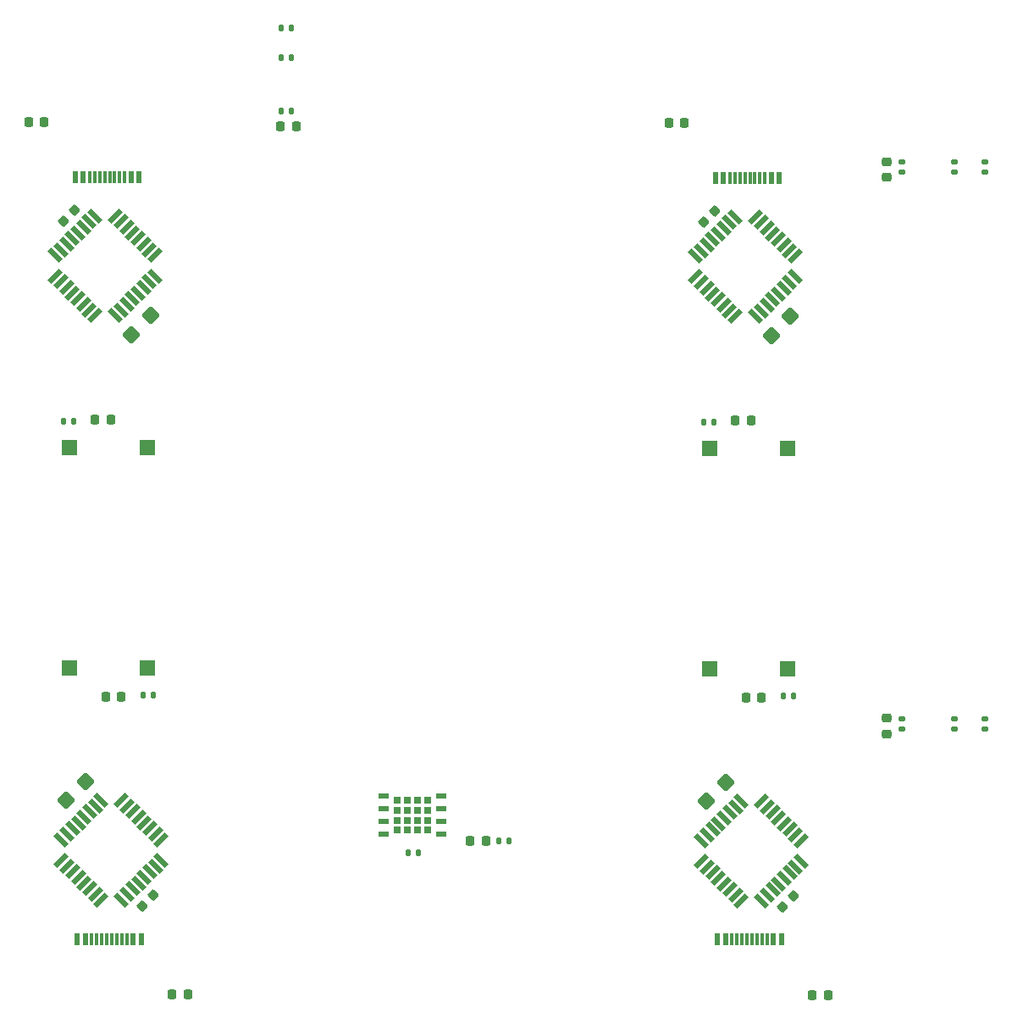
<source format=gbr>
%TF.GenerationSoftware,KiCad,Pcbnew,(6.0.1)*%
%TF.CreationDate,2022-04-04T10:53:51-04:00*%
%TF.ProjectId,arduino_usb_c,61726475-696e-46f5-9f75-73625f632e6b,rev?*%
%TF.SameCoordinates,Original*%
%TF.FileFunction,Paste,Top*%
%TF.FilePolarity,Positive*%
%FSLAX46Y46*%
G04 Gerber Fmt 4.6, Leading zero omitted, Abs format (unit mm)*
G04 Created by KiCad (PCBNEW (6.0.1)) date 2022-04-04 10:53:51*
%MOMM*%
%LPD*%
G01*
G04 APERTURE LIST*
G04 Aperture macros list*
%AMRoundRect*
0 Rectangle with rounded corners*
0 $1 Rounding radius*
0 $2 $3 $4 $5 $6 $7 $8 $9 X,Y pos of 4 corners*
0 Add a 4 corners polygon primitive as box body*
4,1,4,$2,$3,$4,$5,$6,$7,$8,$9,$2,$3,0*
0 Add four circle primitives for the rounded corners*
1,1,$1+$1,$2,$3*
1,1,$1+$1,$4,$5*
1,1,$1+$1,$6,$7*
1,1,$1+$1,$8,$9*
0 Add four rect primitives between the rounded corners*
20,1,$1+$1,$2,$3,$4,$5,0*
20,1,$1+$1,$4,$5,$6,$7,0*
20,1,$1+$1,$6,$7,$8,$9,0*
20,1,$1+$1,$8,$9,$2,$3,0*%
%AMRotRect*
0 Rectangle, with rotation*
0 The origin of the aperture is its center*
0 $1 length*
0 $2 width*
0 $3 Rotation angle, in degrees counterclockwise*
0 Add horizontal line*
21,1,$1,$2,0,0,$3*%
G04 Aperture macros list end*
%ADD10RoundRect,0.218750X0.218750X0.256250X-0.218750X0.256250X-0.218750X-0.256250X0.218750X-0.256250X0*%
%ADD11R,0.600000X1.160000*%
%ADD12R,0.300000X1.160000*%
%ADD13R,1.500000X1.500000*%
%ADD14RoundRect,0.135000X-0.135000X-0.185000X0.135000X-0.185000X0.135000X0.185000X-0.135000X0.185000X0*%
%ADD15RoundRect,0.218750X-0.218750X-0.256250X0.218750X-0.256250X0.218750X0.256250X-0.218750X0.256250X0*%
%ADD16RoundRect,0.135000X-0.185000X0.135000X-0.185000X-0.135000X0.185000X-0.135000X0.185000X0.135000X0*%
%ADD17RotRect,1.600000X0.550000X135.000000*%
%ADD18RotRect,1.600000X0.550000X225.000000*%
%ADD19RoundRect,0.250000X0.017678X0.618718X-0.618718X-0.017678X-0.017678X-0.618718X0.618718X0.017678X0*%
%ADD20RoundRect,0.225000X-0.225000X-0.250000X0.225000X-0.250000X0.225000X0.250000X-0.225000X0.250000X0*%
%ADD21R,0.800000X0.800000*%
%ADD22R,1.100000X0.500000*%
%ADD23RoundRect,0.225000X-0.250000X0.225000X-0.250000X-0.225000X0.250000X-0.225000X0.250000X0.225000X0*%
%ADD24RoundRect,0.225000X0.017678X-0.335876X0.335876X-0.017678X-0.017678X0.335876X-0.335876X0.017678X0*%
%ADD25RoundRect,0.225000X-0.017678X0.335876X-0.335876X0.017678X0.017678X-0.335876X0.335876X-0.017678X0*%
%ADD26RoundRect,0.135000X0.135000X0.185000X-0.135000X0.185000X-0.135000X-0.185000X0.135000X-0.185000X0*%
%ADD27RoundRect,0.250000X-0.017678X-0.618718X0.618718X0.017678X0.017678X0.618718X-0.618718X-0.017678X0*%
%ADD28RoundRect,0.135000X0.185000X-0.135000X0.185000X0.135000X-0.185000X0.135000X-0.185000X-0.135000X0*%
%ADD29RotRect,1.600000X0.550000X315.000000*%
%ADD30RotRect,1.600000X0.550000X45.000000*%
G04 APERTURE END LIST*
D10*
%TO.C,D3*%
X111056050Y-93570000D03*
X109481050Y-93570000D03*
%TD*%
D11*
%TO.C,J1*%
X177903600Y-69444327D03*
X177103600Y-69444327D03*
D12*
X175953600Y-69444327D03*
X174953600Y-69444327D03*
X174453600Y-69444327D03*
X173453600Y-69444327D03*
D11*
X172303600Y-69444327D03*
X171503600Y-69444327D03*
X171503600Y-69444327D03*
X172303600Y-69444327D03*
D12*
X172953600Y-69444327D03*
X173953600Y-69444327D03*
X175453600Y-69444327D03*
X176453600Y-69444327D03*
D11*
X177103600Y-69444327D03*
X177903600Y-69444327D03*
%TD*%
D13*
%TO.C,SW1*%
X114694800Y-118414800D03*
X106894800Y-118414800D03*
%TD*%
%TO.C,SW1*%
X170905200Y-96488527D03*
X178705200Y-96488527D03*
%TD*%
D14*
%TO.C,R7*%
X170307400Y-93821527D03*
X171327400Y-93821527D03*
%TD*%
D15*
%TO.C,D3*%
X174543950Y-121333327D03*
X176118950Y-121333327D03*
%TD*%
D16*
%TO.C,R12*%
X195440000Y-67890000D03*
X195440000Y-68910000D03*
%TD*%
D17*
%TO.C,U1*%
X175525705Y-83287230D03*
X176091390Y-82721544D03*
X176657076Y-82155859D03*
X177222761Y-81590174D03*
X177788447Y-81024488D03*
X178354132Y-80458803D03*
X178919817Y-79893117D03*
X179485503Y-79327432D03*
D18*
X179485503Y-77276822D03*
X178919817Y-76711137D03*
X178354132Y-76145451D03*
X177788447Y-75579766D03*
X177222761Y-75014080D03*
X176657076Y-74448395D03*
X176091390Y-73882710D03*
X175525705Y-73317024D03*
D17*
X173475095Y-73317024D03*
X172909410Y-73882710D03*
X172343724Y-74448395D03*
X171778039Y-75014080D03*
X171212353Y-75579766D03*
X170646668Y-76145451D03*
X170080983Y-76711137D03*
X169515297Y-77276822D03*
D18*
X169515297Y-79327432D03*
X170080983Y-79893117D03*
X170646668Y-80458803D03*
X171212353Y-81024488D03*
X171778039Y-81590174D03*
X172343724Y-82155859D03*
X172909410Y-82721544D03*
X173475095Y-83287230D03*
%TD*%
D16*
%TO.C,R10*%
X190140000Y-67890000D03*
X190140000Y-68910000D03*
%TD*%
D19*
%TO.C,C3*%
X108498194Y-129728406D03*
X106589006Y-131637594D03*
%TD*%
D16*
%TO.C,R10*%
X190140000Y-123490000D03*
X190140000Y-124510000D03*
%TD*%
D20*
%TO.C,C6*%
X128025000Y-64260000D03*
X129575000Y-64260000D03*
%TD*%
D21*
%TO.C,U4*%
X139706600Y-131612400D03*
X140706600Y-133612400D03*
X142706600Y-131612400D03*
X142706600Y-133612400D03*
X142706600Y-132612400D03*
X141706600Y-133612400D03*
X139706600Y-133612400D03*
X140706600Y-134612400D03*
X141706600Y-131612400D03*
X142706600Y-134612400D03*
X140706600Y-131612400D03*
X139706600Y-132612400D03*
X139706600Y-134612400D03*
X141706600Y-134612400D03*
X140706600Y-132612400D03*
X141706600Y-132612400D03*
D22*
X138306600Y-131207400D03*
X138306600Y-132477400D03*
X138306600Y-133747400D03*
X138306600Y-135017400D03*
X144106600Y-135017400D03*
X144106600Y-133747400D03*
X144106600Y-132477400D03*
X144106600Y-131207400D03*
%TD*%
D23*
%TO.C,C6*%
X188640000Y-67825000D03*
X188640000Y-69375000D03*
%TD*%
D14*
%TO.C,R12*%
X128090000Y-57460000D03*
X129110000Y-57460000D03*
%TD*%
%TO.C,R7*%
X106304150Y-93747800D03*
X107324150Y-93747800D03*
%TD*%
D19*
%TO.C,C3*%
X172501444Y-129802133D03*
X170592256Y-131711321D03*
%TD*%
D24*
%TO.C,C2*%
X106327734Y-73761816D03*
X107423750Y-72665800D03*
%TD*%
D25*
%TO.C,C2*%
X179272266Y-141141511D03*
X178176250Y-142237527D03*
%TD*%
D24*
%TO.C,C2*%
X170330984Y-73835543D03*
X171427000Y-72739527D03*
%TD*%
D26*
%TO.C,R8*%
X141835600Y-136872400D03*
X140815600Y-136872400D03*
%TD*%
D11*
%TO.C,J1*%
X171699650Y-145532727D03*
X172499650Y-145532727D03*
D12*
X173649650Y-145532727D03*
X174649650Y-145532727D03*
X175149650Y-145532727D03*
X176149650Y-145532727D03*
D11*
X177299650Y-145532727D03*
X178099650Y-145532727D03*
X178099650Y-145532727D03*
X177299650Y-145532727D03*
D12*
X176649650Y-145532727D03*
X175649650Y-145532727D03*
X174149650Y-145532727D03*
X173149650Y-145532727D03*
D11*
X172499650Y-145532727D03*
X171699650Y-145532727D03*
%TD*%
%TO.C,J1*%
X113900350Y-69370600D03*
X113100350Y-69370600D03*
D12*
X111950350Y-69370600D03*
X110950350Y-69370600D03*
X110450350Y-69370600D03*
X109450350Y-69370600D03*
D11*
X108300350Y-69370600D03*
X107500350Y-69370600D03*
X107500350Y-69370600D03*
X108300350Y-69370600D03*
D12*
X108950350Y-69370600D03*
X109950350Y-69370600D03*
X111450350Y-69370600D03*
X112450350Y-69370600D03*
D11*
X113100350Y-69370600D03*
X113900350Y-69370600D03*
%TD*%
D15*
%TO.C,D1*%
X102826150Y-63852000D03*
X104401150Y-63852000D03*
%TD*%
D17*
%TO.C,U1*%
X111522455Y-83213503D03*
X112088140Y-82647817D03*
X112653826Y-82082132D03*
X113219511Y-81516447D03*
X113785197Y-80950761D03*
X114350882Y-80385076D03*
X114916567Y-79819390D03*
X115482253Y-79253705D03*
D18*
X115482253Y-77203095D03*
X114916567Y-76637410D03*
X114350882Y-76071724D03*
X113785197Y-75506039D03*
X113219511Y-74940353D03*
X112653826Y-74374668D03*
X112088140Y-73808983D03*
X111522455Y-73243297D03*
D17*
X109471845Y-73243297D03*
X108906160Y-73808983D03*
X108340474Y-74374668D03*
X107774789Y-74940353D03*
X107209103Y-75506039D03*
X106643418Y-76071724D03*
X106077733Y-76637410D03*
X105512047Y-77203095D03*
D18*
X105512047Y-79253705D03*
X106077733Y-79819390D03*
X106643418Y-80385076D03*
X107209103Y-80950761D03*
X107774789Y-81516447D03*
X108340474Y-82082132D03*
X108906160Y-82647817D03*
X109471845Y-83213503D03*
%TD*%
D15*
%TO.C,D3*%
X110540700Y-121259600D03*
X112115700Y-121259600D03*
%TD*%
D27*
%TO.C,C3*%
X113098556Y-85101194D03*
X115007744Y-83192006D03*
%TD*%
D28*
%TO.C,R11*%
X198440000Y-124510000D03*
X198440000Y-123490000D03*
%TD*%
D23*
%TO.C,C6*%
X188640000Y-123425000D03*
X188640000Y-124975000D03*
%TD*%
D10*
%TO.C,D1*%
X182773850Y-151051327D03*
X181198850Y-151051327D03*
%TD*%
D15*
%TO.C,D1*%
X166829400Y-63925727D03*
X168404400Y-63925727D03*
%TD*%
D10*
%TO.C,D1*%
X118770600Y-150977600D03*
X117195600Y-150977600D03*
%TD*%
D11*
%TO.C,J1*%
X107696400Y-145459000D03*
X108496400Y-145459000D03*
D12*
X109646400Y-145459000D03*
X110646400Y-145459000D03*
X111146400Y-145459000D03*
X112146400Y-145459000D03*
D11*
X113296400Y-145459000D03*
X114096400Y-145459000D03*
X114096400Y-145459000D03*
X113296400Y-145459000D03*
D12*
X112646400Y-145459000D03*
X111646400Y-145459000D03*
X110146400Y-145459000D03*
X109146400Y-145459000D03*
D11*
X108496400Y-145459000D03*
X107696400Y-145459000D03*
%TD*%
D14*
%TO.C,R10*%
X128090000Y-62760000D03*
X129110000Y-62760000D03*
%TD*%
D25*
%TO.C,C2*%
X115269016Y-141067784D03*
X114173000Y-142163800D03*
%TD*%
D13*
%TO.C,SW1*%
X178698050Y-118488527D03*
X170898050Y-118488527D03*
%TD*%
D27*
%TO.C,C3*%
X177101806Y-85174921D03*
X179010994Y-83265733D03*
%TD*%
D26*
%TO.C,R11*%
X129110000Y-54460000D03*
X128090000Y-54460000D03*
%TD*%
D16*
%TO.C,R12*%
X195440000Y-123490000D03*
X195440000Y-124510000D03*
%TD*%
D13*
%TO.C,SW1*%
X106901950Y-96414800D03*
X114701950Y-96414800D03*
%TD*%
D28*
%TO.C,R11*%
X198440000Y-68910000D03*
X198440000Y-67890000D03*
%TD*%
D29*
%TO.C,U1*%
X110074295Y-131616097D03*
X109508610Y-132181783D03*
X108942924Y-132747468D03*
X108377239Y-133313153D03*
X107811553Y-133878839D03*
X107245868Y-134444524D03*
X106680183Y-135010210D03*
X106114497Y-135575895D03*
D30*
X106114497Y-137626505D03*
X106680183Y-138192190D03*
X107245868Y-138757876D03*
X107811553Y-139323561D03*
X108377239Y-139889247D03*
X108942924Y-140454932D03*
X109508610Y-141020617D03*
X110074295Y-141586303D03*
D29*
X112124905Y-141586303D03*
X112690590Y-141020617D03*
X113256276Y-140454932D03*
X113821961Y-139889247D03*
X114387647Y-139323561D03*
X114953332Y-138757876D03*
X115519017Y-138192190D03*
X116084703Y-137626505D03*
D30*
X116084703Y-135575895D03*
X115519017Y-135010210D03*
X114953332Y-134444524D03*
X114387647Y-133878839D03*
X113821961Y-133313153D03*
X113256276Y-132747468D03*
X112690590Y-132181783D03*
X112124905Y-131616097D03*
%TD*%
D10*
%TO.C,D3*%
X175059300Y-93643727D03*
X173484300Y-93643727D03*
%TD*%
D26*
%TO.C,R7*%
X115292600Y-121081800D03*
X114272600Y-121081800D03*
%TD*%
D15*
%TO.C,D4*%
X146964300Y-135635000D03*
X148539300Y-135635000D03*
%TD*%
D29*
%TO.C,U1*%
X174077545Y-131689824D03*
X173511860Y-132255510D03*
X172946174Y-132821195D03*
X172380489Y-133386880D03*
X171814803Y-133952566D03*
X171249118Y-134518251D03*
X170683433Y-135083937D03*
X170117747Y-135649622D03*
D30*
X170117747Y-137700232D03*
X170683433Y-138265917D03*
X171249118Y-138831603D03*
X171814803Y-139397288D03*
X172380489Y-139962974D03*
X172946174Y-140528659D03*
X173511860Y-141094344D03*
X174077545Y-141660030D03*
D29*
X176128155Y-141660030D03*
X176693840Y-141094344D03*
X177259526Y-140528659D03*
X177825211Y-139962974D03*
X178390897Y-139397288D03*
X178956582Y-138831603D03*
X179522267Y-138265917D03*
X180087953Y-137700232D03*
D30*
X180087953Y-135649622D03*
X179522267Y-135083937D03*
X178956582Y-134518251D03*
X178390897Y-133952566D03*
X177825211Y-133386880D03*
X177259526Y-132821195D03*
X176693840Y-132255510D03*
X176128155Y-131689824D03*
%TD*%
D26*
%TO.C,R7*%
X179295850Y-121155527D03*
X178275850Y-121155527D03*
%TD*%
%TO.C,R9*%
X150852600Y-135635000D03*
X149832600Y-135635000D03*
%TD*%
M02*

</source>
